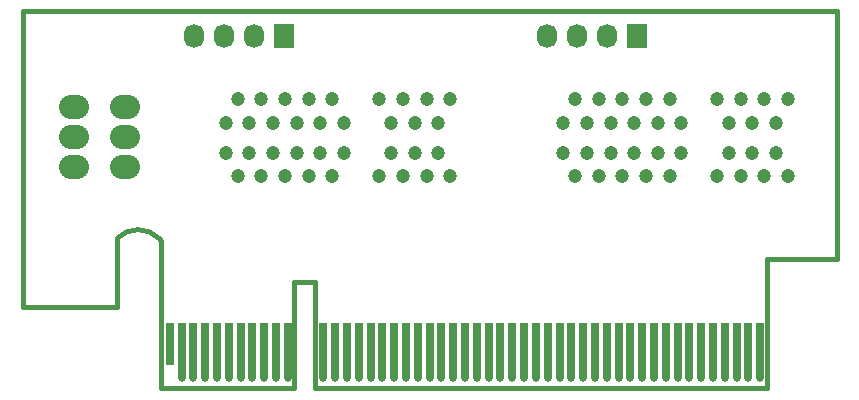
<source format=gbs>
G04 #@! TF.FileFunction,Soldermask,Bot*
%FSLAX46Y46*%
G04 Gerber Fmt 4.6, Leading zero omitted, Abs format (unit mm)*
G04 Created by KiCad (PCBNEW 4.0.2+e4-6225~38~ubuntu14.04.1-stable) date Mon Aug  1 22:56:21 2016*
%MOMM*%
G01*
G04 APERTURE LIST*
%ADD10C,0.350000*%
%ADD11C,0.381000*%
%ADD12C,1.198880*%
%ADD13R,1.727200X2.032000*%
%ADD14O,1.727200X2.032000*%
%ADD15O,2.540000X2.032000*%
%ADD16R,0.650240X3.599180*%
%ADD17R,0.650240X4.599940*%
%ADD18O,0.650240X0.650240*%
G04 APERTURE END LIST*
D10*
D11*
X20376000Y-9732000D02*
X18626000Y-9732000D01*
X18626000Y-9732000D02*
X18626000Y-18732000D01*
X20376000Y-18732000D02*
X20376000Y-9732000D01*
X7376000Y-6259360D02*
X7126000Y-6009360D01*
X7376000Y-6302060D02*
X7376000Y-18732000D01*
X-4374000Y13169900D02*
X-4374000Y-11832000D01*
X3601720Y-6070600D02*
X3601720Y-11832000D01*
X3548380Y-11832000D02*
X-4374000Y-11832000D01*
X58623200Y-7832000D02*
X64541400Y-7832000D01*
X64538860Y13169900D02*
X-4374000Y13169900D01*
X64541400Y-7823200D02*
X64541400Y13169900D01*
X18626000Y-18732000D02*
X7376000Y-18732000D01*
X58626000Y-18732000D02*
X20376000Y-18732000D01*
X58626000Y-7832000D02*
X58626000Y-18732000D01*
X7171515Y-6055408D02*
G75*
G03X3641240Y-6024600I-1780275J-1719192D01*
G01*
D12*
X54400660Y-783200D03*
X55401420Y1218320D03*
X56399640Y-783200D03*
X57400400Y1218320D03*
X58401160Y-783200D03*
X59399380Y1218320D03*
X60400140Y-783200D03*
X55401420Y3717680D03*
X57400400Y3717680D03*
X59399380Y3717680D03*
X54400660Y5719200D03*
X56399640Y5719200D03*
X58401160Y5719200D03*
X60400140Y5719200D03*
X51400920Y1218320D03*
X49399400Y1218320D03*
X47400420Y1218320D03*
X45401440Y1218320D03*
X43399920Y1218320D03*
X41400940Y1218320D03*
X42401700Y-783200D03*
X44400680Y-783200D03*
X46399660Y-783200D03*
X48401180Y-783200D03*
X50400160Y-783200D03*
X41400940Y3717680D03*
X42401700Y5719200D03*
X43399920Y3717680D03*
X44400680Y5719200D03*
X45401440Y3717680D03*
X46399660Y5719200D03*
X47400420Y3717680D03*
X48401180Y5719200D03*
X49399400Y3717680D03*
X50400160Y5719200D03*
X51400920Y3717680D03*
X25825660Y-783200D03*
X26826420Y1218320D03*
X27824640Y-783200D03*
X28825400Y1218320D03*
X29826160Y-783200D03*
X30824380Y1218320D03*
X31825140Y-783200D03*
X26826420Y3717680D03*
X28825400Y3717680D03*
X30824380Y3717680D03*
X25825660Y5719200D03*
X27824640Y5719200D03*
X29826160Y5719200D03*
X31825140Y5719200D03*
X22825920Y1218320D03*
X20824400Y1218320D03*
X18825420Y1218320D03*
X16826440Y1218320D03*
X14824920Y1218320D03*
X12825940Y1218320D03*
X13826700Y-783200D03*
X15825680Y-783200D03*
X17824660Y-783200D03*
X19826180Y-783200D03*
X21825160Y-783200D03*
X12825940Y3717680D03*
X13826700Y5719200D03*
X14824920Y3717680D03*
X15825680Y5719200D03*
X16826440Y3717680D03*
X17824660Y5719200D03*
X18825420Y3717680D03*
X19826180Y5719200D03*
X20824400Y3717680D03*
X21825160Y5719200D03*
X22825920Y3717680D03*
D13*
X17780000Y11049000D03*
D14*
X15240000Y11049000D03*
X12700000Y11049000D03*
X10160000Y11049000D03*
D13*
X47625000Y11049000D03*
D14*
X45085000Y11049000D03*
X42545000Y11049000D03*
X40005000Y11049000D03*
D15*
X4318000Y2540000D03*
X4318000Y0D03*
X4318000Y5080000D03*
X0Y2540000D03*
X0Y5080000D03*
X0Y0D03*
D16*
X8075220Y-15030740D03*
D17*
X9075980Y-15531120D03*
X10074200Y-15531120D03*
X11074960Y-15531120D03*
X12075720Y-15531120D03*
X13073940Y-15531120D03*
X14074700Y-15531120D03*
X15075460Y-15531120D03*
X16073680Y-15531120D03*
X17074440Y-15531120D03*
X18075200Y-15531120D03*
X21074940Y-15531120D03*
X22075700Y-15531120D03*
X23073920Y-15531120D03*
X24074680Y-15531120D03*
X25075440Y-15531120D03*
X26073660Y-15531120D03*
X27074820Y-15531120D03*
X28074820Y-15531120D03*
X29074820Y-15531120D03*
X30074820Y-15531120D03*
X31074820Y-15531120D03*
X32074820Y-15531120D03*
X33074820Y-15531120D03*
X34074820Y-15531120D03*
X35074820Y-15531120D03*
X36074820Y-15531120D03*
X37074820Y-15531120D03*
X38074820Y-15531120D03*
X39074820Y-15531120D03*
X40074820Y-15531120D03*
X41074820Y-15531120D03*
X42074820Y-15531120D03*
X43074820Y-15531120D03*
X44074820Y-15531120D03*
X45074820Y-15531120D03*
X46074820Y-15531120D03*
X47074820Y-15531120D03*
X48074820Y-15531120D03*
X49074820Y-15531120D03*
X50074820Y-15531120D03*
X51074820Y-15531120D03*
X52074820Y-15531120D03*
X53074820Y-15531120D03*
X54074820Y-15531120D03*
X55074820Y-15531120D03*
X56074820Y-15531120D03*
X57074820Y-15531120D03*
X58074820Y-15531120D03*
D18*
X9075980Y-17832360D03*
X10074200Y-17832360D03*
X11074960Y-17832360D03*
X12075720Y-17832360D03*
X13073940Y-17832360D03*
X14074700Y-17832360D03*
X15075460Y-17832360D03*
X16073680Y-17832360D03*
X17074440Y-17832360D03*
X18075200Y-17832360D03*
X21074940Y-17832360D03*
X22075700Y-17832360D03*
X23073920Y-17832360D03*
X24074680Y-17832360D03*
X25075440Y-17832360D03*
X26073660Y-17832360D03*
X27074420Y-17832360D03*
X28074820Y-17832360D03*
X29074820Y-17832360D03*
X30074820Y-17832360D03*
X31074820Y-17832360D03*
X32074820Y-17832360D03*
X33074820Y-17832360D03*
X34074820Y-17832360D03*
X35074820Y-17832360D03*
X36074820Y-17832360D03*
X37074820Y-17832360D03*
X38074820Y-17832360D03*
X39074820Y-17832360D03*
X40074820Y-17832360D03*
X41074820Y-17832360D03*
X42074820Y-17832360D03*
X43074820Y-17832360D03*
X44074820Y-17832360D03*
X45074820Y-17832360D03*
X46074820Y-17832360D03*
X47074820Y-17832360D03*
X48074820Y-17832360D03*
X49074820Y-17832360D03*
X50074820Y-17832360D03*
X51074820Y-17832360D03*
X52074820Y-17832360D03*
X53074820Y-17832360D03*
X54074820Y-17832360D03*
X55074820Y-17832360D03*
X56074820Y-17832360D03*
X57074820Y-17832360D03*
X58074820Y-17832360D03*
M02*

</source>
